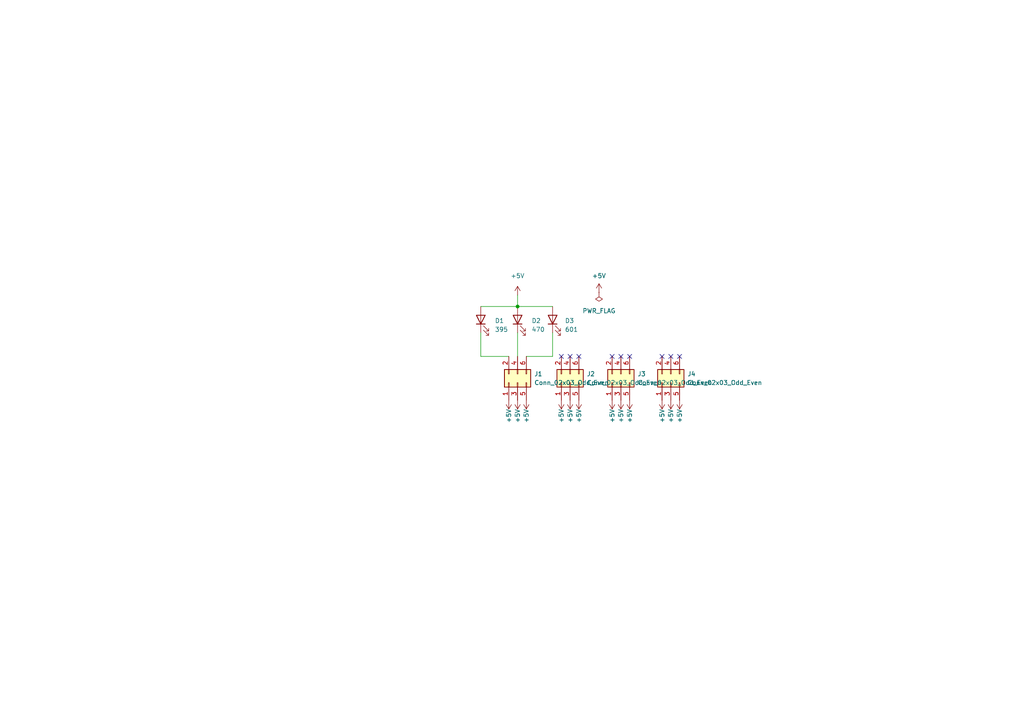
<source format=kicad_sch>
(kicad_sch (version 20211123) (generator eeschema)
  (paper "A4")
  (lib_symbols
    (symbol "Connector_Generic:Conn_02x03_Odd_Even" (pin_names (offset 1.016) hide)
      (property "Reference" "J" (at 1.27 5.08 0))
      (property "Value" "Conn_02x03_Odd_Even" (at 1.27 -5.08 0))
      (symbol "Conn_02x03_Odd_Even_1_1"
        (rectangle (start -1.27 -2.413) (end 0 -2.667) (stroke (width 0.1524)))
        (rectangle (start -1.27 0.127) (end 0 -0.127) (stroke (width 0.1524)))
        (rectangle (start -1.27 2.667) (end 0 2.413) (stroke (width 0.1524)))
        (rectangle (start -1.27 3.81) (end 3.81 -3.81) (stroke (width 0.254)) (fill (type background)))
        (rectangle (start 3.81 -2.413) (end 2.54 -2.667) (stroke (width 0.1524)))
        (rectangle (start 3.81 0.127) (end 2.54 -0.127) (stroke (width 0.1524)))
        (rectangle (start 3.81 2.667) (end 2.54 2.413) (stroke (width 0.1524)))
        (pin passive line (at -5.08 2.54 0) (length 3.81) (name "Pin_1") (number "1"))
        (pin passive line (at 7.62 2.54 180) (length 3.81) (name "Pin_2") (number "2"))
        (pin passive line (at -5.08 0 0) (length 3.81) (name "Pin_3") (number "3"))
        (pin passive line (at 7.62 0 180) (length 3.81) (name "Pin_4") (number "4"))
        (pin passive line (at -5.08 -2.54 0) (length 3.81) (name "Pin_5") (number "5"))
        (pin passive line (at 7.62 -2.54 180) (length 3.81) (name "Pin_6") (number "6"))
      )
    )
    (symbol "Device:LED" (pin_numbers hide) (pin_names (offset 1.016) hide)
      (property "Reference" "D" (at 0 2.54 0))
      (property "Value" "LED" (at 0 -2.54 0))
      (symbol "LED_0_1"
        (polyline (pts (xy -1.27 -1.27) (xy -1.27 1.27)) (stroke (width 0.254)))
        (polyline (pts (xy -1.27 0) (xy 1.27 0)))
        (polyline (pts (xy 1.27 -1.27) (xy 1.27 1.27) (xy -1.27 0) (xy 1.27 -1.27)) (stroke (width 0.254)))
        (polyline (pts (xy -3.048 -0.762) (xy -4.572 -2.286) (xy -3.81 -2.286) (xy -4.572 -2.286) (xy -4.572 -1.524)))
        (polyline (pts (xy -1.778 -0.762) (xy -3.302 -2.286) (xy -2.54 -2.286) (xy -3.302 -2.286) (xy -3.302 -1.524)))
      )
      (symbol "LED_1_1"
        (pin passive line (at -3.81 0 0) (length 2.54) (name "K") (number "1"))
        (pin passive line (at 3.81 0 180) (length 2.54) (name "A") (number "2"))
      )
    )
    (symbol "power:+5V" (power) (pin_names (offset 0))
      (property "Value" "+5V" (at 0 3.556 0))
      (symbol "+5V_0_1"
        (polyline (pts (xy -0.762 1.27) (xy 0 2.54)))
        (polyline (pts (xy 0 0) (xy 0 2.54)))
        (polyline (pts (xy 0 2.54) (xy 0.762 1.27)))
      )
      (symbol "+5V_1_1"
        (pin power_in line (at 0 0 90) (length 0) hide (name "+5V") (number "1"))
      )
    )
    (symbol "power:PWR_FLAG" (power) (pin_numbers hide) (pin_names (offset 0) hide)
      (property "Value" "PWR_FLAG" (at 0 3.81 0))
      (symbol "PWR_FLAG_0_0"
        (pin power_out line (at 0 0 90) (length 0) (name "pwr") (number "1"))
      )
      (symbol "PWR_FLAG_0_1"
        (polyline (pts (xy 0 0) (xy 0 1.27) (xy -1.016 1.905) (xy 0 2.54) (xy 1.016 1.905) (xy 0 1.27)))
      )
    )
  )
  (junction (at 150.114 88.9))
  (no_connect (at 182.626 103.378))
  (no_connect (at 180.086 103.378))
  (no_connect (at 165.354 103.378))
  (no_connect (at 194.564 103.378))
  (no_connect (at 162.814 103.378))
  (no_connect (at 177.546 103.378))
  (no_connect (at 192.024 103.378))
  (no_connect (at 197.104 103.378))
  (no_connect (at 167.894 103.378))
  (wire (pts (xy 150.114 88.9) (xy 160.274 88.9)))
  (wire (pts (xy 139.446 96.52) (xy 139.446 103.378)))
  (wire (pts (xy 152.654 103.378) (xy 160.274 103.378)))
  (wire (pts (xy 150.114 96.52) (xy 150.114 103.378)))
  (wire (pts (xy 139.446 88.9) (xy 150.114 88.9)))
  (wire (pts (xy 150.114 85.598) (xy 150.114 88.9)))
  (wire (pts (xy 160.274 96.52) (xy 160.274 103.378)))
  (wire (pts (xy 139.446 103.378) (xy 147.574 103.378)))
  (symbol (lib_id "Device:LED") (at 150.114 92.71 90) (unit 1)
    (property "Reference" "D2" (at 154.178 93.0274 90) (effects (justify right)))
    (property "Value" "470" (at 154.178 95.5674 90) (effects (justify right)))
    (property "Footprint" "LED_SMD:LED_0805_2012Metric_Pad1.15x1.40mm_HandSolder" (effects hide))
    (property "DigiKey" "754-1794-1-ND" (effects hide))
  )
  (symbol (lib_id "power:+5V") (at 194.564 116.078 180) (unit 1)
    (property "Reference" "#PWR012" (effects hide))
    (property "Value" "+5V" (at 194.564 120.65 90))
  )
  (symbol (lib_id "Device:LED") (at 160.274 92.71 90) (unit 1)
    (property "Reference" "D3" (at 163.83 93.0274 90) (effects (justify right)))
    (property "Value" "601" (at 163.83 95.5674 90) (effects (justify right)))
    (property "Footprint" "LED_SMD:LED_0805_2012Metric_Pad1.15x1.40mm_HandSolder" (effects hide))
    (property "DigiKey" "1497-1433-1-ND" (effects hide))
  )
  (symbol (lib_id "power:+5V") (at 197.104 116.078 180) (unit 1)
    (property "Reference" "#PWR013" (effects hide))
    (property "Value" "+5V" (at 197.104 120.65 90))
  )
  (symbol (lib_id "Connector_Generic:Conn_02x03_Odd_Even") (at 180.086 110.998 90) (unit 1)
    (property "Reference" "J3" (at 184.912 108.4579 90) (effects (justify right)))
    (property "Value" "Conn_02x03_Odd_Even" (at 184.912 110.9979 90) (effects (justify right)))
    (property "Footprint" "Connector_PinHeader_2.54mm:PinHeader_2x03_P2.54mm_Vertical" (effects hide))
  )
  (symbol (lib_id "power:+5V") (at 177.546 116.078 180) (unit 1)
    (property "Reference" "#PWR08" (effects hide))
    (property "Value" "+5V" (at 177.546 120.65 90))
  )
  (symbol (lib_id "power:PWR_FLAG") (at 173.736 84.836 180) (unit 1)
    (property "Reference" "#FLG0101" (effects hide))
    (property "Value" "PWR_FLAG" (at 173.736 90.17 0))
  )
  (symbol (lib_id "power:+5V") (at 162.814 116.078 180) (unit 1)
    (property "Reference" "#PWR05" (effects hide))
    (property "Value" "+5V" (at 162.814 120.65 90))
  )
  (symbol (lib_id "Connector_Generic:Conn_02x03_Odd_Even") (at 150.114 110.998 90) (unit 1)
    (property "Reference" "J1" (at 154.94 108.4579 90) (effects (justify right)))
    (property "Value" "Conn_02x03_Odd_Even" (at 154.94 110.9979 90) (effects (justify right)))
    (property "Footprint" "Connector_PinHeader_2.54mm:PinHeader_2x03_P2.54mm_Vertical" (effects hide))
  )
  (symbol (lib_id "power:+5V") (at 152.654 116.078 180) (unit 1)
    (property "Reference" "#PWR04" (effects hide))
    (property "Value" "+5V" (at 152.654 120.65 90))
  )
  (symbol (lib_id "Device:LED") (at 139.446 92.71 90) (unit 1)
    (property "Reference" "D1" (at 143.51 93.0274 90) (effects (justify right)))
    (property "Value" "395" (at 143.51 95.5674 90) (effects (justify right)))
    (property "Footprint" "LED_SMD:LED_0805_2012Metric_Pad1.15x1.40mm_HandSolder" (effects hide))
    (property "DigiKey" "754-2319-1-ND" (effects hide))
  )
  (symbol (lib_id "power:+5V") (at 167.894 116.078 180) (unit 1)
    (property "Reference" "#PWR07" (effects hide))
    (property "Value" "+5V" (at 167.894 120.65 90))
  )
  (symbol (lib_id "power:+5V") (at 150.114 116.078 180) (unit 1)
    (property "Reference" "#PWR03" (effects hide))
    (property "Value" "+5V" (at 150.114 120.65 90))
  )
  (symbol (lib_id "Connector_Generic:Conn_02x03_Odd_Even") (at 194.564 110.998 90) (unit 1)
    (property "Reference" "J4" (at 199.39 108.4579 90) (effects (justify right)))
    (property "Value" "Conn_02x03_Odd_Even" (at 199.39 110.9979 90) (effects (justify right)))
    (property "Footprint" "Connector_PinHeader_2.54mm:PinHeader_2x03_P2.54mm_Vertical" (effects hide))
  )
  (symbol (lib_id "power:+5V") (at 147.574 116.078 180) (unit 1)
    (property "Reference" "#PWR01" (effects hide))
    (property "Value" "+5V" (at 147.574 120.65 90))
  )
  (symbol (lib_id "power:+5V") (at 150.114 85.598 0) (unit 1)
    (property "Reference" "#PWR02" (effects hide))
    (property "Value" "+5V" (at 150.114 80.01 0))
  )
  (symbol (lib_id "power:+5V") (at 180.086 116.078 180) (unit 1)
    (property "Reference" "#PWR09" (effects hide))
    (property "Value" "+5V" (at 180.086 120.65 90))
  )
  (symbol (lib_id "power:+5V") (at 165.354 116.078 180) (unit 1)
    (property "Reference" "#PWR06" (effects hide))
    (property "Value" "+5V" (at 165.354 120.65 90))
  )
  (symbol (lib_id "Connector_Generic:Conn_02x03_Odd_Even") (at 165.354 110.998 90) (unit 1)
    (property "Reference" "J2" (at 170.18 108.4579 90) (effects (justify right)))
    (property "Value" "Conn_02x03_Odd_Even" (at 170.18 110.9979 90) (effects (justify right)))
    (property "Footprint" "Connector_PinHeader_2.54mm:PinHeader_2x03_P2.54mm_Vertical" (effects hide))
  )
  (symbol (lib_id "power:+5V") (at 173.736 84.836 0) (unit 1)
    (property "Reference" "#PWR0107" (effects hide))
    (property "Value" "+5V" (at 173.736 80.01 0))
  )
  (symbol (lib_id "power:+5V") (at 192.024 116.078 180) (unit 1)
    (property "Reference" "#PWR011" (effects hide))
    (property "Value" "+5V" (at 192.024 120.65 90))
  )
  (symbol (lib_id "power:+5V") (at 182.626 116.078 180) (unit 1)
    (property "Reference" "#PWR010" (effects hide))
    (property "Value" "+5V" (at 182.626 120.65 90))
  )
)
</source>
